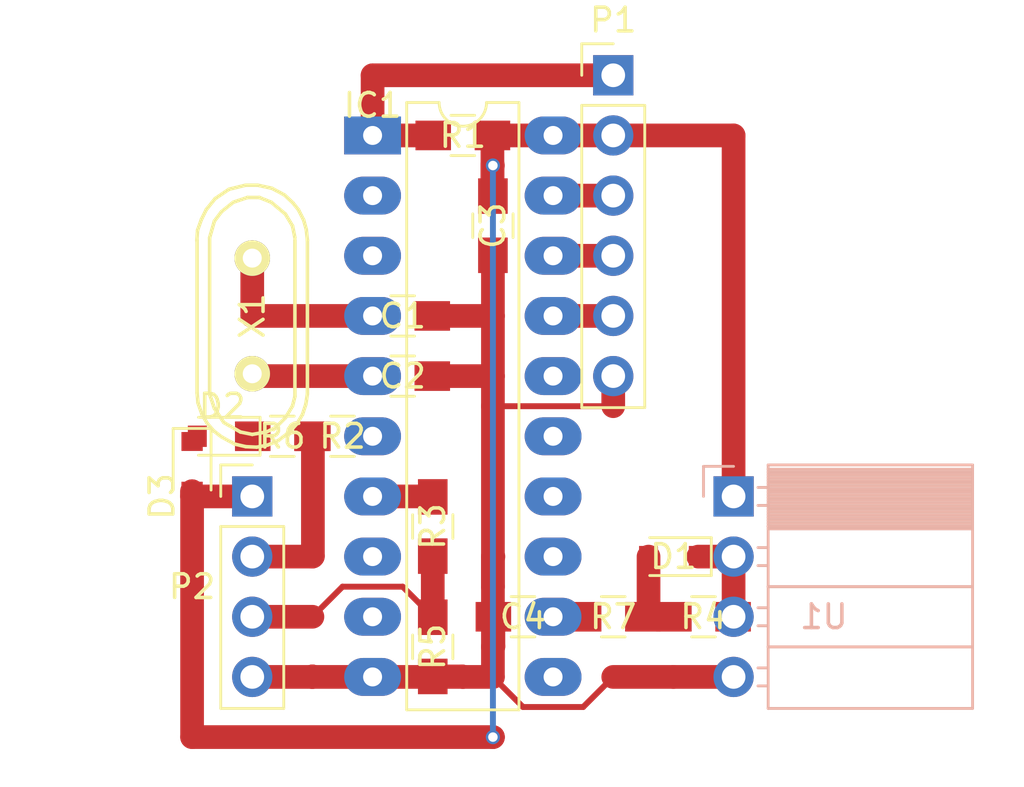
<source format=kicad_pcb>
(kicad_pcb (version 4) (host pcbnew 4.0.6)

  (general
    (links 38)
    (no_connects 0)
    (area 0 0 0 0)
    (thickness 1.6)
    (drawings 0)
    (tracks 74)
    (zones 0)
    (modules 19)
    (nets 27)
  )

  (page A4)
  (layers
    (0 F.Cu signal)
    (31 B.Cu signal)
    (32 B.Adhes user)
    (33 F.Adhes user)
    (34 B.Paste user)
    (35 F.Paste user)
    (36 B.SilkS user)
    (37 F.SilkS user)
    (38 B.Mask user)
    (39 F.Mask user)
    (40 Dwgs.User user)
    (41 Cmts.User user)
    (42 Eco1.User user)
    (43 Eco2.User user)
    (44 Edge.Cuts user)
    (45 Margin user)
    (46 B.CrtYd user)
    (47 F.CrtYd user)
    (48 B.Fab user)
    (49 F.Fab user)
  )

  (setup
    (last_trace_width 1)
    (user_trace_width 1)
    (trace_clearance 0.2)
    (zone_clearance 0.508)
    (zone_45_only no)
    (trace_min 0.2)
    (segment_width 0.2)
    (edge_width 0.1)
    (via_size 0.6)
    (via_drill 0.4)
    (via_min_size 0.4)
    (via_min_drill 0.3)
    (uvia_size 0.3)
    (uvia_drill 0.1)
    (uvias_allowed no)
    (uvia_min_size 0.2)
    (uvia_min_drill 0.1)
    (pcb_text_width 0.3)
    (pcb_text_size 1.5 1.5)
    (mod_edge_width 0.15)
    (mod_text_size 1 1)
    (mod_text_width 0.15)
    (pad_size 1.5 1.5)
    (pad_drill 0.6)
    (pad_to_mask_clearance 0)
    (aux_axis_origin 0 0)
    (visible_elements 7FFFEFFF)
    (pcbplotparams
      (layerselection 0x00030_80000001)
      (usegerberextensions false)
      (excludeedgelayer true)
      (linewidth 0.100000)
      (plotframeref false)
      (viasonmask false)
      (mode 1)
      (useauxorigin false)
      (hpglpennumber 1)
      (hpglpenspeed 20)
      (hpglpendiameter 15)
      (hpglpenoverlay 2)
      (psnegative false)
      (psa4output false)
      (plotreference true)
      (plotvalue true)
      (plotinvisibletext false)
      (padsonsilk false)
      (subtractmaskfromsilk false)
      (outputformat 1)
      (mirror false)
      (drillshape 1)
      (scaleselection 1)
      (outputdirectory ""))
  )

  (net 0 "")
  (net 1 "Net-(C1-Pad1)")
  (net 2 GNDREF)
  (net 3 "Net-(C2-Pad1)")
  (net 4 VDD)
  (net 5 "Net-(D2-Pad2)")
  (net 6 "Net-(IC1-Pad1)")
  (net 7 "Net-(IC1-Pad6)")
  (net 8 "Net-(IC1-Pad7)")
  (net 9 "Net-(IC1-Pad17)")
  (net 10 "Net-(IC1-Pad18)")
  (net 11 "Net-(IC1-Pad19)")
  (net 12 "Net-(P2-Pad2)")
  (net 13 "Net-(P2-Pad3)")
  (net 14 "Net-(D2-Pad1)")
  (net 15 "Net-(IC1-Pad11)")
  (net 16 "Net-(IC1-Pad2)")
  (net 17 "Net-(IC1-Pad3)")
  (net 18 "Net-(IC1-Pad13)")
  (net 19 "Net-(IC1-Pad14)")
  (net 20 "Net-(IC1-Pad15)")
  (net 21 "Net-(IC1-Pad16)")
  (net 22 "Net-(IC1-Pad8)")
  (net 23 "Net-(IC1-Pad9)")
  (net 24 "Net-(C4-Pad1)")
  (net 25 "Net-(D1-Pad1)")
  (net 26 "Net-(D1-Pad2)")

  (net_class Default "This is the default net class."
    (clearance 0.2)
    (trace_width 0.25)
    (via_dia 0.6)
    (via_drill 0.4)
    (uvia_dia 0.3)
    (uvia_drill 0.1)
    (add_net GNDREF)
    (add_net "Net-(C1-Pad1)")
    (add_net "Net-(C2-Pad1)")
    (add_net "Net-(C4-Pad1)")
    (add_net "Net-(D1-Pad1)")
    (add_net "Net-(D1-Pad2)")
    (add_net "Net-(D2-Pad1)")
    (add_net "Net-(D2-Pad2)")
    (add_net "Net-(IC1-Pad1)")
    (add_net "Net-(IC1-Pad11)")
    (add_net "Net-(IC1-Pad13)")
    (add_net "Net-(IC1-Pad14)")
    (add_net "Net-(IC1-Pad15)")
    (add_net "Net-(IC1-Pad16)")
    (add_net "Net-(IC1-Pad17)")
    (add_net "Net-(IC1-Pad18)")
    (add_net "Net-(IC1-Pad19)")
    (add_net "Net-(IC1-Pad2)")
    (add_net "Net-(IC1-Pad3)")
    (add_net "Net-(IC1-Pad6)")
    (add_net "Net-(IC1-Pad7)")
    (add_net "Net-(IC1-Pad8)")
    (add_net "Net-(IC1-Pad9)")
    (add_net "Net-(P2-Pad2)")
    (add_net "Net-(P2-Pad3)")
    (add_net VDD)
  )

  (module Capacitors_SMD:C_0805_HandSoldering (layer F.Cu) (tedit 594298B9) (tstamp 59419B74)
    (at 137.16 91.44)
    (descr "Capacitor SMD 0805, hand soldering")
    (tags "capacitor 0805")
    (path /5806007B)
    (attr smd)
    (fp_text reference C1 (at 0 0) (layer F.SilkS)
      (effects (font (size 1 1) (thickness 0.15)))
    )
    (fp_text value 27p (at 2.54 0) (layer F.Fab)
      (effects (font (size 1 1) (thickness 0.15)))
    )
    (fp_text user %R (at 0 0) (layer F.Fab)
      (effects (font (size 1 1) (thickness 0.15)))
    )
    (fp_line (start -1 0.62) (end -1 -0.62) (layer F.Fab) (width 0.1))
    (fp_line (start 1 0.62) (end -1 0.62) (layer F.Fab) (width 0.1))
    (fp_line (start 1 -0.62) (end 1 0.62) (layer F.Fab) (width 0.1))
    (fp_line (start -1 -0.62) (end 1 -0.62) (layer F.Fab) (width 0.1))
    (fp_line (start 0.5 -0.85) (end -0.5 -0.85) (layer F.SilkS) (width 0.12))
    (fp_line (start -0.5 0.85) (end 0.5 0.85) (layer F.SilkS) (width 0.12))
    (fp_line (start -2.25 -0.88) (end 2.25 -0.88) (layer F.CrtYd) (width 0.05))
    (fp_line (start -2.25 -0.88) (end -2.25 0.87) (layer F.CrtYd) (width 0.05))
    (fp_line (start 2.25 0.87) (end 2.25 -0.88) (layer F.CrtYd) (width 0.05))
    (fp_line (start 2.25 0.87) (end -2.25 0.87) (layer F.CrtYd) (width 0.05))
    (pad 1 smd rect (at -1.25 0) (size 1.5 1.25) (layers F.Cu F.Paste F.Mask)
      (net 1 "Net-(C1-Pad1)"))
    (pad 2 smd rect (at 1.25 0) (size 1.5 1.25) (layers F.Cu F.Paste F.Mask)
      (net 2 GNDREF))
    (model Capacitors_SMD.3dshapes/C_0805.wrl
      (at (xyz 0 0 0))
      (scale (xyz 1 1 1))
      (rotate (xyz 0 0 0))
    )
  )

  (module Capacitors_SMD:C_0805_HandSoldering (layer F.Cu) (tedit 594298B4) (tstamp 59419B7A)
    (at 137.16 93.98)
    (descr "Capacitor SMD 0805, hand soldering")
    (tags "capacitor 0805")
    (path /5805FF1F)
    (attr smd)
    (fp_text reference C2 (at 0 0) (layer F.SilkS)
      (effects (font (size 1 1) (thickness 0.15)))
    )
    (fp_text value 27p (at 2.54 0) (layer F.Fab)
      (effects (font (size 1 1) (thickness 0.15)))
    )
    (fp_text user %R (at 0 0) (layer F.Fab)
      (effects (font (size 1 1) (thickness 0.15)))
    )
    (fp_line (start -1 0.62) (end -1 -0.62) (layer F.Fab) (width 0.1))
    (fp_line (start 1 0.62) (end -1 0.62) (layer F.Fab) (width 0.1))
    (fp_line (start 1 -0.62) (end 1 0.62) (layer F.Fab) (width 0.1))
    (fp_line (start -1 -0.62) (end 1 -0.62) (layer F.Fab) (width 0.1))
    (fp_line (start 0.5 -0.85) (end -0.5 -0.85) (layer F.SilkS) (width 0.12))
    (fp_line (start -0.5 0.85) (end 0.5 0.85) (layer F.SilkS) (width 0.12))
    (fp_line (start -2.25 -0.88) (end 2.25 -0.88) (layer F.CrtYd) (width 0.05))
    (fp_line (start -2.25 -0.88) (end -2.25 0.87) (layer F.CrtYd) (width 0.05))
    (fp_line (start 2.25 0.87) (end 2.25 -0.88) (layer F.CrtYd) (width 0.05))
    (fp_line (start 2.25 0.87) (end -2.25 0.87) (layer F.CrtYd) (width 0.05))
    (pad 1 smd rect (at -1.25 0) (size 1.5 1.25) (layers F.Cu F.Paste F.Mask)
      (net 3 "Net-(C2-Pad1)"))
    (pad 2 smd rect (at 1.25 0) (size 1.5 1.25) (layers F.Cu F.Paste F.Mask)
      (net 2 GNDREF))
    (model Capacitors_SMD.3dshapes/C_0805.wrl
      (at (xyz 0 0 0))
      (scale (xyz 1 1 1))
      (rotate (xyz 0 0 0))
    )
  )

  (module Capacitors_SMD:C_0805_HandSoldering (layer F.Cu) (tedit 594298D3) (tstamp 59419B80)
    (at 140.97 87.63 270)
    (descr "Capacitor SMD 0805, hand soldering")
    (tags "capacitor 0805")
    (path /580621AD)
    (attr smd)
    (fp_text reference C3 (at 0 0 270) (layer F.SilkS)
      (effects (font (size 1 1) (thickness 0.15)))
    )
    (fp_text value 100n (at 0 -1.27 270) (layer F.Fab)
      (effects (font (size 1 1) (thickness 0.15)))
    )
    (fp_text user %R (at 0 0 270) (layer F.Fab)
      (effects (font (size 1 1) (thickness 0.15)))
    )
    (fp_line (start -1 0.62) (end -1 -0.62) (layer F.Fab) (width 0.1))
    (fp_line (start 1 0.62) (end -1 0.62) (layer F.Fab) (width 0.1))
    (fp_line (start 1 -0.62) (end 1 0.62) (layer F.Fab) (width 0.1))
    (fp_line (start -1 -0.62) (end 1 -0.62) (layer F.Fab) (width 0.1))
    (fp_line (start 0.5 -0.85) (end -0.5 -0.85) (layer F.SilkS) (width 0.12))
    (fp_line (start -0.5 0.85) (end 0.5 0.85) (layer F.SilkS) (width 0.12))
    (fp_line (start -2.25 -0.88) (end 2.25 -0.88) (layer F.CrtYd) (width 0.05))
    (fp_line (start -2.25 -0.88) (end -2.25 0.87) (layer F.CrtYd) (width 0.05))
    (fp_line (start 2.25 0.87) (end 2.25 -0.88) (layer F.CrtYd) (width 0.05))
    (fp_line (start 2.25 0.87) (end -2.25 0.87) (layer F.CrtYd) (width 0.05))
    (pad 1 smd rect (at -1.25 0 270) (size 1.5 1.25) (layers F.Cu F.Paste F.Mask)
      (net 4 VDD))
    (pad 2 smd rect (at 1.25 0 270) (size 1.5 1.25) (layers F.Cu F.Paste F.Mask)
      (net 2 GNDREF))
    (model Capacitors_SMD.3dshapes/C_0805.wrl
      (at (xyz 0 0 0))
      (scale (xyz 1 1 1))
      (rotate (xyz 0 0 0))
    )
  )

  (module Diodes_SMD:D_0805 (layer F.Cu) (tedit 5942984C) (tstamp 59419B86)
    (at 129.54 96.52 180)
    (descr "Diode SMD in 0805 package http://datasheets.avx.com/schottky.pdf")
    (tags "smd diode")
    (path /5806165E)
    (attr smd)
    (fp_text reference D2 (at 0 1.27 180) (layer F.SilkS)
      (effects (font (size 1 1) (thickness 0.15)))
    )
    (fp_text value 1N4148 (at 5.08 0 180) (layer F.Fab)
      (effects (font (size 1 1) (thickness 0.15)))
    )
    (fp_text user %R (at 0 1.27 180) (layer F.Fab)
      (effects (font (size 1 1) (thickness 0.15)))
    )
    (fp_line (start -1.6 -0.8) (end -1.6 0.8) (layer F.SilkS) (width 0.12))
    (fp_line (start -1.7 0.88) (end -1.7 -0.88) (layer F.CrtYd) (width 0.05))
    (fp_line (start 1.7 0.88) (end -1.7 0.88) (layer F.CrtYd) (width 0.05))
    (fp_line (start 1.7 -0.88) (end 1.7 0.88) (layer F.CrtYd) (width 0.05))
    (fp_line (start -1.7 -0.88) (end 1.7 -0.88) (layer F.CrtYd) (width 0.05))
    (fp_line (start 0.2 0) (end 0.4 0) (layer F.Fab) (width 0.1))
    (fp_line (start -0.1 0) (end -0.3 0) (layer F.Fab) (width 0.1))
    (fp_line (start -0.1 -0.2) (end -0.1 0.2) (layer F.Fab) (width 0.1))
    (fp_line (start 0.2 0.2) (end 0.2 -0.2) (layer F.Fab) (width 0.1))
    (fp_line (start -0.1 0) (end 0.2 0.2) (layer F.Fab) (width 0.1))
    (fp_line (start 0.2 -0.2) (end -0.1 0) (layer F.Fab) (width 0.1))
    (fp_line (start -1 0.65) (end -1 -0.65) (layer F.Fab) (width 0.1))
    (fp_line (start 1 0.65) (end -1 0.65) (layer F.Fab) (width 0.1))
    (fp_line (start 1 -0.65) (end 1 0.65) (layer F.Fab) (width 0.1))
    (fp_line (start -1 -0.65) (end 1 -0.65) (layer F.Fab) (width 0.1))
    (fp_line (start -1.6 0.8) (end 1 0.8) (layer F.SilkS) (width 0.12))
    (fp_line (start -1.6 -0.8) (end 1 -0.8) (layer F.SilkS) (width 0.12))
    (pad 1 smd rect (at -1.05 0 180) (size 0.8 0.9) (layers F.Cu F.Paste F.Mask)
      (net 14 "Net-(D2-Pad1)"))
    (pad 2 smd rect (at 1.05 0 180) (size 0.8 0.9) (layers F.Cu F.Paste F.Mask)
      (net 5 "Net-(D2-Pad2)"))
    (model ${KISYS3DMOD}/Diodes_SMD.3dshapes/D_0805.wrl
      (at (xyz 0 0 0))
      (scale (xyz 1 1 1))
      (rotate (xyz 0 0 0))
    )
  )

  (module Diodes_SMD:D_0805 (layer F.Cu) (tedit 59429853) (tstamp 59419B8C)
    (at 128.27 97.79 270)
    (descr "Diode SMD in 0805 package http://datasheets.avx.com/schottky.pdf")
    (tags "smd diode")
    (path /5806185D)
    (attr smd)
    (fp_text reference D3 (at 1.27 1.27 270) (layer F.SilkS)
      (effects (font (size 1 1) (thickness 0.15)))
    )
    (fp_text value 1N4148 (at 0 5.08 360) (layer F.Fab)
      (effects (font (size 1 1) (thickness 0.15)))
    )
    (fp_text user %R (at 1.27 1.27 270) (layer F.Fab)
      (effects (font (size 1 1) (thickness 0.15)))
    )
    (fp_line (start -1.6 -0.8) (end -1.6 0.8) (layer F.SilkS) (width 0.12))
    (fp_line (start -1.7 0.88) (end -1.7 -0.88) (layer F.CrtYd) (width 0.05))
    (fp_line (start 1.7 0.88) (end -1.7 0.88) (layer F.CrtYd) (width 0.05))
    (fp_line (start 1.7 -0.88) (end 1.7 0.88) (layer F.CrtYd) (width 0.05))
    (fp_line (start -1.7 -0.88) (end 1.7 -0.88) (layer F.CrtYd) (width 0.05))
    (fp_line (start 0.2 0) (end 0.4 0) (layer F.Fab) (width 0.1))
    (fp_line (start -0.1 0) (end -0.3 0) (layer F.Fab) (width 0.1))
    (fp_line (start -0.1 -0.2) (end -0.1 0.2) (layer F.Fab) (width 0.1))
    (fp_line (start 0.2 0.2) (end 0.2 -0.2) (layer F.Fab) (width 0.1))
    (fp_line (start -0.1 0) (end 0.2 0.2) (layer F.Fab) (width 0.1))
    (fp_line (start 0.2 -0.2) (end -0.1 0) (layer F.Fab) (width 0.1))
    (fp_line (start -1 0.65) (end -1 -0.65) (layer F.Fab) (width 0.1))
    (fp_line (start 1 0.65) (end -1 0.65) (layer F.Fab) (width 0.1))
    (fp_line (start 1 -0.65) (end 1 0.65) (layer F.Fab) (width 0.1))
    (fp_line (start -1 -0.65) (end 1 -0.65) (layer F.Fab) (width 0.1))
    (fp_line (start -1.6 0.8) (end 1 0.8) (layer F.SilkS) (width 0.12))
    (fp_line (start -1.6 -0.8) (end 1 -0.8) (layer F.SilkS) (width 0.12))
    (pad 1 smd rect (at -1.05 0 270) (size 0.8 0.9) (layers F.Cu F.Paste F.Mask)
      (net 5 "Net-(D2-Pad2)"))
    (pad 2 smd rect (at 1.05 0 270) (size 0.8 0.9) (layers F.Cu F.Paste F.Mask)
      (net 4 VDD))
    (model ${KISYS3DMOD}/Diodes_SMD.3dshapes/D_0805.wrl
      (at (xyz 0 0 0))
      (scale (xyz 1 1 1))
      (rotate (xyz 0 0 0))
    )
  )

  (module Housings_DIP:DIP-20_W7.62mm_LongPads (layer F.Cu) (tedit 5942994D) (tstamp 59419BA4)
    (at 135.89 83.82)
    (descr "20-lead dip package, row spacing 7.62 mm (300 mils), LongPads")
    (tags "DIL DIP PDIP 2.54mm 7.62mm 300mil LongPads")
    (path /5804E7CC)
    (fp_text reference IC1 (at 0 -1.27) (layer F.SilkS)
      (effects (font (size 1 1) (thickness 0.15)))
    )
    (fp_text value ATTINY2313-P (at 3.81 26.67) (layer F.Fab)
      (effects (font (size 1 1) (thickness 0.15)))
    )
    (fp_text user %R (at 0 -1.27) (layer F.Fab)
      (effects (font (size 1 1) (thickness 0.15)))
    )
    (fp_line (start 1.635 -1.27) (end 6.985 -1.27) (layer F.Fab) (width 0.1))
    (fp_line (start 6.985 -1.27) (end 6.985 24.13) (layer F.Fab) (width 0.1))
    (fp_line (start 6.985 24.13) (end 0.635 24.13) (layer F.Fab) (width 0.1))
    (fp_line (start 0.635 24.13) (end 0.635 -0.27) (layer F.Fab) (width 0.1))
    (fp_line (start 0.635 -0.27) (end 1.635 -1.27) (layer F.Fab) (width 0.1))
    (fp_line (start 2.81 -1.39) (end 1.44 -1.39) (layer F.SilkS) (width 0.12))
    (fp_line (start 1.44 -1.39) (end 1.44 24.25) (layer F.SilkS) (width 0.12))
    (fp_line (start 1.44 24.25) (end 6.18 24.25) (layer F.SilkS) (width 0.12))
    (fp_line (start 6.18 24.25) (end 6.18 -1.39) (layer F.SilkS) (width 0.12))
    (fp_line (start 6.18 -1.39) (end 4.81 -1.39) (layer F.SilkS) (width 0.12))
    (fp_line (start -1.5 -1.6) (end -1.5 24.4) (layer F.CrtYd) (width 0.05))
    (fp_line (start -1.5 24.4) (end 9.1 24.4) (layer F.CrtYd) (width 0.05))
    (fp_line (start 9.1 24.4) (end 9.1 -1.6) (layer F.CrtYd) (width 0.05))
    (fp_line (start 9.1 -1.6) (end -1.5 -1.6) (layer F.CrtYd) (width 0.05))
    (fp_arc (start 3.81 -1.39) (end 2.81 -1.39) (angle -180) (layer F.SilkS) (width 0.12))
    (pad 1 thru_hole rect (at 0 0) (size 2.4 1.6) (drill 0.8) (layers *.Cu *.Mask)
      (net 6 "Net-(IC1-Pad1)"))
    (pad 11 thru_hole oval (at 7.62 22.86) (size 2.4 1.6) (drill 0.8) (layers *.Cu *.Mask)
      (net 15 "Net-(IC1-Pad11)"))
    (pad 2 thru_hole oval (at 0 2.54) (size 2.4 1.6) (drill 0.8) (layers *.Cu *.Mask)
      (net 16 "Net-(IC1-Pad2)"))
    (pad 12 thru_hole oval (at 7.62 20.32) (size 2.4 1.6) (drill 0.8) (layers *.Cu *.Mask)
      (net 24 "Net-(C4-Pad1)"))
    (pad 3 thru_hole oval (at 0 5.08) (size 2.4 1.6) (drill 0.8) (layers *.Cu *.Mask)
      (net 17 "Net-(IC1-Pad3)"))
    (pad 13 thru_hole oval (at 7.62 17.78) (size 2.4 1.6) (drill 0.8) (layers *.Cu *.Mask)
      (net 18 "Net-(IC1-Pad13)"))
    (pad 4 thru_hole oval (at 0 7.62) (size 2.4 1.6) (drill 0.8) (layers *.Cu *.Mask)
      (net 1 "Net-(C1-Pad1)"))
    (pad 14 thru_hole oval (at 7.62 15.24) (size 2.4 1.6) (drill 0.8) (layers *.Cu *.Mask)
      (net 19 "Net-(IC1-Pad14)"))
    (pad 5 thru_hole oval (at 0 10.16) (size 2.4 1.6) (drill 0.8) (layers *.Cu *.Mask)
      (net 3 "Net-(C2-Pad1)"))
    (pad 15 thru_hole oval (at 7.62 12.7) (size 2.4 1.6) (drill 0.8) (layers *.Cu *.Mask)
      (net 20 "Net-(IC1-Pad15)"))
    (pad 6 thru_hole oval (at 0 12.7) (size 2.4 1.6) (drill 0.8) (layers *.Cu *.Mask)
      (net 7 "Net-(IC1-Pad6)"))
    (pad 16 thru_hole oval (at 7.62 10.16) (size 2.4 1.6) (drill 0.8) (layers *.Cu *.Mask)
      (net 21 "Net-(IC1-Pad16)"))
    (pad 7 thru_hole oval (at 0 15.24) (size 2.4 1.6) (drill 0.8) (layers *.Cu *.Mask)
      (net 8 "Net-(IC1-Pad7)"))
    (pad 17 thru_hole oval (at 7.62 7.62) (size 2.4 1.6) (drill 0.8) (layers *.Cu *.Mask)
      (net 9 "Net-(IC1-Pad17)"))
    (pad 8 thru_hole oval (at 0 17.78) (size 2.4 1.6) (drill 0.8) (layers *.Cu *.Mask)
      (net 22 "Net-(IC1-Pad8)"))
    (pad 18 thru_hole oval (at 7.62 5.08) (size 2.4 1.6) (drill 0.8) (layers *.Cu *.Mask)
      (net 10 "Net-(IC1-Pad18)"))
    (pad 9 thru_hole oval (at 0 20.32) (size 2.4 1.6) (drill 0.8) (layers *.Cu *.Mask)
      (net 23 "Net-(IC1-Pad9)"))
    (pad 19 thru_hole oval (at 7.62 2.54) (size 2.4 1.6) (drill 0.8) (layers *.Cu *.Mask)
      (net 11 "Net-(IC1-Pad19)"))
    (pad 10 thru_hole oval (at 0 22.86) (size 2.4 1.6) (drill 0.8) (layers *.Cu *.Mask)
      (net 2 GNDREF))
    (pad 20 thru_hole oval (at 7.62 0) (size 2.4 1.6) (drill 0.8) (layers *.Cu *.Mask)
      (net 4 VDD))
    (model ${KISYS3DMOD}/Housings_DIP.3dshapes/DIP-20_W7.62mm_LongPads.wrl
      (at (xyz 0 0 0))
      (scale (xyz 1 1 1))
      (rotate (xyz 0 0 0))
    )
  )

  (module Capacitors_SMD:C_0805_HandSoldering (layer F.Cu) (tedit 594298DE) (tstamp 59419BB7)
    (at 139.7 83.82)
    (descr "Capacitor SMD 0805, hand soldering")
    (tags "capacitor 0805")
    (path /5804F220)
    (attr smd)
    (fp_text reference R1 (at 0 0) (layer F.SilkS)
      (effects (font (size 1 1) (thickness 0.15)))
    )
    (fp_text value 10K (at 0 1.27) (layer F.Fab)
      (effects (font (size 1 1) (thickness 0.15)))
    )
    (fp_text user %R (at 0 0) (layer F.Fab)
      (effects (font (size 1 1) (thickness 0.15)))
    )
    (fp_line (start -1 0.62) (end -1 -0.62) (layer F.Fab) (width 0.1))
    (fp_line (start 1 0.62) (end -1 0.62) (layer F.Fab) (width 0.1))
    (fp_line (start 1 -0.62) (end 1 0.62) (layer F.Fab) (width 0.1))
    (fp_line (start -1 -0.62) (end 1 -0.62) (layer F.Fab) (width 0.1))
    (fp_line (start 0.5 -0.85) (end -0.5 -0.85) (layer F.SilkS) (width 0.12))
    (fp_line (start -0.5 0.85) (end 0.5 0.85) (layer F.SilkS) (width 0.12))
    (fp_line (start -2.25 -0.88) (end 2.25 -0.88) (layer F.CrtYd) (width 0.05))
    (fp_line (start -2.25 -0.88) (end -2.25 0.87) (layer F.CrtYd) (width 0.05))
    (fp_line (start 2.25 0.87) (end 2.25 -0.88) (layer F.CrtYd) (width 0.05))
    (fp_line (start 2.25 0.87) (end -2.25 0.87) (layer F.CrtYd) (width 0.05))
    (pad 1 smd rect (at -1.25 0) (size 1.5 1.25) (layers F.Cu F.Paste F.Mask)
      (net 6 "Net-(IC1-Pad1)"))
    (pad 2 smd rect (at 1.25 0) (size 1.5 1.25) (layers F.Cu F.Paste F.Mask)
      (net 4 VDD))
    (model Capacitors_SMD.3dshapes/C_0805.wrl
      (at (xyz 0 0 0))
      (scale (xyz 1 1 1))
      (rotate (xyz 0 0 0))
    )
  )

  (module Capacitors_SMD:C_0805_HandSoldering (layer F.Cu) (tedit 5942985A) (tstamp 59419BBD)
    (at 134.62 96.52)
    (descr "Capacitor SMD 0805, hand soldering")
    (tags "capacitor 0805")
    (path /58062C30)
    (attr smd)
    (fp_text reference R2 (at 0 0) (layer F.SilkS)
      (effects (font (size 1 1) (thickness 0.15)))
    )
    (fp_text value 68R (at 2.54 1.27) (layer F.Fab)
      (effects (font (size 1 1) (thickness 0.15)))
    )
    (fp_text user %R (at 0 0) (layer F.Fab)
      (effects (font (size 1 1) (thickness 0.15)))
    )
    (fp_line (start -1 0.62) (end -1 -0.62) (layer F.Fab) (width 0.1))
    (fp_line (start 1 0.62) (end -1 0.62) (layer F.Fab) (width 0.1))
    (fp_line (start 1 -0.62) (end 1 0.62) (layer F.Fab) (width 0.1))
    (fp_line (start -1 -0.62) (end 1 -0.62) (layer F.Fab) (width 0.1))
    (fp_line (start 0.5 -0.85) (end -0.5 -0.85) (layer F.SilkS) (width 0.12))
    (fp_line (start -0.5 0.85) (end 0.5 0.85) (layer F.SilkS) (width 0.12))
    (fp_line (start -2.25 -0.88) (end 2.25 -0.88) (layer F.CrtYd) (width 0.05))
    (fp_line (start -2.25 -0.88) (end -2.25 0.87) (layer F.CrtYd) (width 0.05))
    (fp_line (start 2.25 0.87) (end 2.25 -0.88) (layer F.CrtYd) (width 0.05))
    (fp_line (start 2.25 0.87) (end -2.25 0.87) (layer F.CrtYd) (width 0.05))
    (pad 1 smd rect (at -1.25 0) (size 1.5 1.25) (layers F.Cu F.Paste F.Mask)
      (net 12 "Net-(P2-Pad2)"))
    (pad 2 smd rect (at 1.25 0) (size 1.5 1.25) (layers F.Cu F.Paste F.Mask)
      (net 7 "Net-(IC1-Pad6)"))
    (model Capacitors_SMD.3dshapes/C_0805.wrl
      (at (xyz 0 0 0))
      (scale (xyz 1 1 1))
      (rotate (xyz 0 0 0))
    )
  )

  (module Capacitors_SMD:C_0805_HandSoldering (layer F.Cu) (tedit 59429887) (tstamp 59419BC3)
    (at 138.43 100.33 90)
    (descr "Capacitor SMD 0805, hand soldering")
    (tags "capacitor 0805")
    (path /58062E7E)
    (attr smd)
    (fp_text reference R3 (at 0 0 90) (layer F.SilkS)
      (effects (font (size 1 1) (thickness 0.15)))
    )
    (fp_text value 68R (at 0 1.27 90) (layer F.Fab)
      (effects (font (size 1 1) (thickness 0.15)))
    )
    (fp_text user %R (at 0 0 90) (layer F.Fab)
      (effects (font (size 1 1) (thickness 0.15)))
    )
    (fp_line (start -1 0.62) (end -1 -0.62) (layer F.Fab) (width 0.1))
    (fp_line (start 1 0.62) (end -1 0.62) (layer F.Fab) (width 0.1))
    (fp_line (start 1 -0.62) (end 1 0.62) (layer F.Fab) (width 0.1))
    (fp_line (start -1 -0.62) (end 1 -0.62) (layer F.Fab) (width 0.1))
    (fp_line (start 0.5 -0.85) (end -0.5 -0.85) (layer F.SilkS) (width 0.12))
    (fp_line (start -0.5 0.85) (end 0.5 0.85) (layer F.SilkS) (width 0.12))
    (fp_line (start -2.25 -0.88) (end 2.25 -0.88) (layer F.CrtYd) (width 0.05))
    (fp_line (start -2.25 -0.88) (end -2.25 0.87) (layer F.CrtYd) (width 0.05))
    (fp_line (start 2.25 0.87) (end 2.25 -0.88) (layer F.CrtYd) (width 0.05))
    (fp_line (start 2.25 0.87) (end -2.25 0.87) (layer F.CrtYd) (width 0.05))
    (pad 1 smd rect (at -1.25 0 90) (size 1.5 1.25) (layers F.Cu F.Paste F.Mask)
      (net 13 "Net-(P2-Pad3)"))
    (pad 2 smd rect (at 1.25 0 90) (size 1.5 1.25) (layers F.Cu F.Paste F.Mask)
      (net 8 "Net-(IC1-Pad7)"))
    (model Capacitors_SMD.3dshapes/C_0805.wrl
      (at (xyz 0 0 0))
      (scale (xyz 1 1 1))
      (rotate (xyz 0 0 0))
    )
  )

  (module Capacitors_SMD:C_0805_HandSoldering (layer F.Cu) (tedit 595501DD) (tstamp 59419BC9)
    (at 149.86 104.14)
    (descr "Capacitor SMD 0805, hand soldering")
    (tags "capacitor 0805")
    (path /5941AB77)
    (attr smd)
    (fp_text reference R4 (at 0 0) (layer F.SilkS)
      (effects (font (size 1 1) (thickness 0.15)))
    )
    (fp_text value 47K (at 3.81 0) (layer F.Fab)
      (effects (font (size 1 1) (thickness 0.15)))
    )
    (fp_text user %R (at 0 0) (layer F.Fab)
      (effects (font (size 1 1) (thickness 0.15)))
    )
    (fp_line (start -1 0.62) (end -1 -0.62) (layer F.Fab) (width 0.1))
    (fp_line (start 1 0.62) (end -1 0.62) (layer F.Fab) (width 0.1))
    (fp_line (start 1 -0.62) (end 1 0.62) (layer F.Fab) (width 0.1))
    (fp_line (start -1 -0.62) (end 1 -0.62) (layer F.Fab) (width 0.1))
    (fp_line (start 0.5 -0.85) (end -0.5 -0.85) (layer F.SilkS) (width 0.12))
    (fp_line (start -0.5 0.85) (end 0.5 0.85) (layer F.SilkS) (width 0.12))
    (fp_line (start -2.25 -0.88) (end 2.25 -0.88) (layer F.CrtYd) (width 0.05))
    (fp_line (start -2.25 -0.88) (end -2.25 0.87) (layer F.CrtYd) (width 0.05))
    (fp_line (start 2.25 0.87) (end 2.25 -0.88) (layer F.CrtYd) (width 0.05))
    (fp_line (start 2.25 0.87) (end -2.25 0.87) (layer F.CrtYd) (width 0.05))
    (pad 1 smd rect (at -1.25 0) (size 1.5 1.25) (layers F.Cu F.Paste F.Mask)
      (net 26 "Net-(D1-Pad2)"))
    (pad 2 smd rect (at 1.25 0) (size 1.5 1.25) (layers F.Cu F.Paste F.Mask)
      (net 25 "Net-(D1-Pad1)"))
    (model Capacitors_SMD.3dshapes/C_0805.wrl
      (at (xyz 0 0 0))
      (scale (xyz 1 1 1))
      (rotate (xyz 0 0 0))
    )
  )

  (module Capacitors_SMD:C_0805_HandSoldering (layer F.Cu) (tedit 59429880) (tstamp 59419BCF)
    (at 138.43 105.41 270)
    (descr "Capacitor SMD 0805, hand soldering")
    (tags "capacitor 0805")
    (path /58061069)
    (attr smd)
    (fp_text reference R5 (at 0 0 270) (layer F.SilkS)
      (effects (font (size 1 1) (thickness 0.15)))
    )
    (fp_text value 1M (at 0 -1.27 270) (layer F.Fab)
      (effects (font (size 1 1) (thickness 0.15)))
    )
    (fp_text user %R (at 0 0 270) (layer F.Fab)
      (effects (font (size 1 1) (thickness 0.15)))
    )
    (fp_line (start -1 0.62) (end -1 -0.62) (layer F.Fab) (width 0.1))
    (fp_line (start 1 0.62) (end -1 0.62) (layer F.Fab) (width 0.1))
    (fp_line (start 1 -0.62) (end 1 0.62) (layer F.Fab) (width 0.1))
    (fp_line (start -1 -0.62) (end 1 -0.62) (layer F.Fab) (width 0.1))
    (fp_line (start 0.5 -0.85) (end -0.5 -0.85) (layer F.SilkS) (width 0.12))
    (fp_line (start -0.5 0.85) (end 0.5 0.85) (layer F.SilkS) (width 0.12))
    (fp_line (start -2.25 -0.88) (end 2.25 -0.88) (layer F.CrtYd) (width 0.05))
    (fp_line (start -2.25 -0.88) (end -2.25 0.87) (layer F.CrtYd) (width 0.05))
    (fp_line (start 2.25 0.87) (end 2.25 -0.88) (layer F.CrtYd) (width 0.05))
    (fp_line (start 2.25 0.87) (end -2.25 0.87) (layer F.CrtYd) (width 0.05))
    (pad 1 smd rect (at -1.25 0 270) (size 1.5 1.25) (layers F.Cu F.Paste F.Mask)
      (net 13 "Net-(P2-Pad3)"))
    (pad 2 smd rect (at 1.25 0 270) (size 1.5 1.25) (layers F.Cu F.Paste F.Mask)
      (net 2 GNDREF))
    (model Capacitors_SMD.3dshapes/C_0805.wrl
      (at (xyz 0 0 0))
      (scale (xyz 1 1 1))
      (rotate (xyz 0 0 0))
    )
  )

  (module Capacitors_SMD:C_0805_HandSoldering (layer F.Cu) (tedit 59429862) (tstamp 59419BD5)
    (at 132.08 96.52 180)
    (descr "Capacitor SMD 0805, hand soldering")
    (tags "capacitor 0805")
    (path /58061135)
    (attr smd)
    (fp_text reference R6 (at 0 0 180) (layer F.SilkS)
      (effects (font (size 1 1) (thickness 0.15)))
    )
    (fp_text value 1K5 (at 0 1.27 180) (layer F.Fab)
      (effects (font (size 1 1) (thickness 0.15)))
    )
    (fp_text user %R (at 0 0 180) (layer F.Fab)
      (effects (font (size 1 1) (thickness 0.15)))
    )
    (fp_line (start -1 0.62) (end -1 -0.62) (layer F.Fab) (width 0.1))
    (fp_line (start 1 0.62) (end -1 0.62) (layer F.Fab) (width 0.1))
    (fp_line (start 1 -0.62) (end 1 0.62) (layer F.Fab) (width 0.1))
    (fp_line (start -1 -0.62) (end 1 -0.62) (layer F.Fab) (width 0.1))
    (fp_line (start 0.5 -0.85) (end -0.5 -0.85) (layer F.SilkS) (width 0.12))
    (fp_line (start -0.5 0.85) (end 0.5 0.85) (layer F.SilkS) (width 0.12))
    (fp_line (start -2.25 -0.88) (end 2.25 -0.88) (layer F.CrtYd) (width 0.05))
    (fp_line (start -2.25 -0.88) (end -2.25 0.87) (layer F.CrtYd) (width 0.05))
    (fp_line (start 2.25 0.87) (end 2.25 -0.88) (layer F.CrtYd) (width 0.05))
    (fp_line (start 2.25 0.87) (end -2.25 0.87) (layer F.CrtYd) (width 0.05))
    (pad 1 smd rect (at -1.25 0 180) (size 1.5 1.25) (layers F.Cu F.Paste F.Mask)
      (net 12 "Net-(P2-Pad2)"))
    (pad 2 smd rect (at 1.25 0 180) (size 1.5 1.25) (layers F.Cu F.Paste F.Mask)
      (net 14 "Net-(D2-Pad1)"))
    (model Capacitors_SMD.3dshapes/C_0805.wrl
      (at (xyz 0 0 0))
      (scale (xyz 1 1 1))
      (rotate (xyz 0 0 0))
    )
  )

  (module Socket_Strips:Socket_Strip_Angled_1x04_Pitch2.54mm (layer B.Cu) (tedit 59429939) (tstamp 59419BE3)
    (at 151.13 99.06 180)
    (descr "Through hole angled socket strip, 1x04, 2.54mm pitch, 8.51mm socket length, single row")
    (tags "Through hole angled socket strip THT 1x04 2.54mm single row")
    (path /5941B0E5)
    (fp_text reference U1 (at -3.81 -5.08 180) (layer B.SilkS)
      (effects (font (size 1 1) (thickness 0.15)) (justify mirror))
    )
    (fp_text value rf-receiver (at -11.43 -2.54 450) (layer B.Fab)
      (effects (font (size 1 1) (thickness 0.15)) (justify mirror))
    )
    (fp_line (start -1.52 1.27) (end -1.52 -1.27) (layer B.Fab) (width 0.1))
    (fp_line (start -1.52 -1.27) (end -10.03 -1.27) (layer B.Fab) (width 0.1))
    (fp_line (start -10.03 -1.27) (end -10.03 1.27) (layer B.Fab) (width 0.1))
    (fp_line (start -10.03 1.27) (end -1.52 1.27) (layer B.Fab) (width 0.1))
    (fp_line (start 0 0.32) (end 0 -0.32) (layer B.Fab) (width 0.1))
    (fp_line (start 0 -0.32) (end -1.52 -0.32) (layer B.Fab) (width 0.1))
    (fp_line (start -1.52 -0.32) (end -1.52 0.32) (layer B.Fab) (width 0.1))
    (fp_line (start -1.52 0.32) (end 0 0.32) (layer B.Fab) (width 0.1))
    (fp_line (start -1.52 -1.27) (end -1.52 -3.81) (layer B.Fab) (width 0.1))
    (fp_line (start -1.52 -3.81) (end -10.03 -3.81) (layer B.Fab) (width 0.1))
    (fp_line (start -10.03 -3.81) (end -10.03 -1.27) (layer B.Fab) (width 0.1))
    (fp_line (start -10.03 -1.27) (end -1.52 -1.27) (layer B.Fab) (width 0.1))
    (fp_line (start 0 -2.22) (end 0 -2.86) (layer B.Fab) (width 0.1))
    (fp_line (start 0 -2.86) (end -1.52 -2.86) (layer B.Fab) (width 0.1))
    (fp_line (start -1.52 -2.86) (end -1.52 -2.22) (layer B.Fab) (width 0.1))
    (fp_line (start -1.52 -2.22) (end 0 -2.22) (layer B.Fab) (width 0.1))
    (fp_line (start -1.52 -3.81) (end -1.52 -6.35) (layer B.Fab) (width 0.1))
    (fp_line (start -1.52 -6.35) (end -10.03 -6.35) (layer B.Fab) (width 0.1))
    (fp_line (start -10.03 -6.35) (end -10.03 -3.81) (layer B.Fab) (width 0.1))
    (fp_line (start -10.03 -3.81) (end -1.52 -3.81) (layer B.Fab) (width 0.1))
    (fp_line (start 0 -4.76) (end 0 -5.4) (layer B.Fab) (width 0.1))
    (fp_line (start 0 -5.4) (end -1.52 -5.4) (layer B.Fab) (width 0.1))
    (fp_line (start -1.52 -5.4) (end -1.52 -4.76) (layer B.Fab) (width 0.1))
    (fp_line (start -1.52 -4.76) (end 0 -4.76) (layer B.Fab) (width 0.1))
    (fp_line (start -1.52 -6.35) (end -1.52 -8.89) (layer B.Fab) (width 0.1))
    (fp_line (start -1.52 -8.89) (end -10.03 -8.89) (layer B.Fab) (width 0.1))
    (fp_line (start -10.03 -8.89) (end -10.03 -6.35) (layer B.Fab) (width 0.1))
    (fp_line (start -10.03 -6.35) (end -1.52 -6.35) (layer B.Fab) (width 0.1))
    (fp_line (start 0 -7.3) (end 0 -7.94) (layer B.Fab) (width 0.1))
    (fp_line (start 0 -7.94) (end -1.52 -7.94) (layer B.Fab) (width 0.1))
    (fp_line (start -1.52 -7.94) (end -1.52 -7.3) (layer B.Fab) (width 0.1))
    (fp_line (start -1.52 -7.3) (end 0 -7.3) (layer B.Fab) (width 0.1))
    (fp_line (start -1.46 1.33) (end -1.46 -1.27) (layer B.SilkS) (width 0.12))
    (fp_line (start -1.46 -1.27) (end -10.09 -1.27) (layer B.SilkS) (width 0.12))
    (fp_line (start -10.09 -1.27) (end -10.09 1.33) (layer B.SilkS) (width 0.12))
    (fp_line (start -10.09 1.33) (end -1.46 1.33) (layer B.SilkS) (width 0.12))
    (fp_line (start -1.03 0.38) (end -1.46 0.38) (layer B.SilkS) (width 0.12))
    (fp_line (start -1.03 -0.38) (end -1.46 -0.38) (layer B.SilkS) (width 0.12))
    (fp_line (start -1.46 1.15) (end -10.09 1.15) (layer B.SilkS) (width 0.12))
    (fp_line (start -1.46 1.03) (end -10.09 1.03) (layer B.SilkS) (width 0.12))
    (fp_line (start -1.46 0.91) (end -10.09 0.91) (layer B.SilkS) (width 0.12))
    (fp_line (start -1.46 0.79) (end -10.09 0.79) (layer B.SilkS) (width 0.12))
    (fp_line (start -1.46 0.67) (end -10.09 0.67) (layer B.SilkS) (width 0.12))
    (fp_line (start -1.46 0.55) (end -10.09 0.55) (layer B.SilkS) (width 0.12))
    (fp_line (start -1.46 0.43) (end -10.09 0.43) (layer B.SilkS) (width 0.12))
    (fp_line (start -1.46 0.31) (end -10.09 0.31) (layer B.SilkS) (width 0.12))
    (fp_line (start -1.46 0.19) (end -10.09 0.19) (layer B.SilkS) (width 0.12))
    (fp_line (start -1.46 0.07) (end -10.09 0.07) (layer B.SilkS) (width 0.12))
    (fp_line (start -1.46 -0.05) (end -10.09 -0.05) (layer B.SilkS) (width 0.12))
    (fp_line (start -1.46 -0.17) (end -10.09 -0.17) (layer B.SilkS) (width 0.12))
    (fp_line (start -1.46 -0.29) (end -10.09 -0.29) (layer B.SilkS) (width 0.12))
    (fp_line (start -1.46 -0.41) (end -10.09 -0.41) (layer B.SilkS) (width 0.12))
    (fp_line (start -1.46 -0.53) (end -10.09 -0.53) (layer B.SilkS) (width 0.12))
    (fp_line (start -1.46 -0.65) (end -10.09 -0.65) (layer B.SilkS) (width 0.12))
    (fp_line (start -1.46 -0.77) (end -10.09 -0.77) (layer B.SilkS) (width 0.12))
    (fp_line (start -1.46 -0.89) (end -10.09 -0.89) (layer B.SilkS) (width 0.12))
    (fp_line (start -1.46 -1.01) (end -10.09 -1.01) (layer B.SilkS) (width 0.12))
    (fp_line (start -1.46 -1.13) (end -10.09 -1.13) (layer B.SilkS) (width 0.12))
    (fp_line (start -1.46 -1.25) (end -10.09 -1.25) (layer B.SilkS) (width 0.12))
    (fp_line (start -1.46 -1.37) (end -10.09 -1.37) (layer B.SilkS) (width 0.12))
    (fp_line (start -1.46 -1.27) (end -1.46 -3.81) (layer B.SilkS) (width 0.12))
    (fp_line (start -1.46 -3.81) (end -10.09 -3.81) (layer B.SilkS) (width 0.12))
    (fp_line (start -10.09 -3.81) (end -10.09 -1.27) (layer B.SilkS) (width 0.12))
    (fp_line (start -10.09 -1.27) (end -1.46 -1.27) (layer B.SilkS) (width 0.12))
    (fp_line (start -1.03 -2.16) (end -1.46 -2.16) (layer B.SilkS) (width 0.12))
    (fp_line (start -1.03 -2.92) (end -1.46 -2.92) (layer B.SilkS) (width 0.12))
    (fp_line (start -1.46 -3.81) (end -1.46 -6.35) (layer B.SilkS) (width 0.12))
    (fp_line (start -1.46 -6.35) (end -10.09 -6.35) (layer B.SilkS) (width 0.12))
    (fp_line (start -10.09 -6.35) (end -10.09 -3.81) (layer B.SilkS) (width 0.12))
    (fp_line (start -10.09 -3.81) (end -1.46 -3.81) (layer B.SilkS) (width 0.12))
    (fp_line (start -1.03 -4.7) (end -1.46 -4.7) (layer B.SilkS) (width 0.12))
    (fp_line (start -1.03 -5.46) (end -1.46 -5.46) (layer B.SilkS) (width 0.12))
    (fp_line (start -1.46 -6.35) (end -1.46 -8.95) (layer B.SilkS) (width 0.12))
    (fp_line (start -1.46 -8.95) (end -10.09 -8.95) (layer B.SilkS) (width 0.12))
    (fp_line (start -10.09 -8.95) (end -10.09 -6.35) (layer B.SilkS) (width 0.12))
    (fp_line (start -10.09 -6.35) (end -1.46 -6.35) (layer B.SilkS) (width 0.12))
    (fp_line (start -1.03 -7.24) (end -1.46 -7.24) (layer B.SilkS) (width 0.12))
    (fp_line (start -1.03 -8) (end -1.46 -8) (layer B.SilkS) (width 0.12))
    (fp_line (start 0 1.27) (end 1.27 1.27) (layer B.SilkS) (width 0.12))
    (fp_line (start 1.27 1.27) (end 1.27 0) (layer B.SilkS) (width 0.12))
    (fp_line (start 1.8 1.8) (end 1.8 -9.4) (layer B.CrtYd) (width 0.05))
    (fp_line (start 1.8 -9.4) (end -10.55 -9.4) (layer B.CrtYd) (width 0.05))
    (fp_line (start -10.55 -9.4) (end -10.55 1.8) (layer B.CrtYd) (width 0.05))
    (fp_line (start -10.55 1.8) (end 1.8 1.8) (layer B.CrtYd) (width 0.05))
    (fp_text user %R (at -3.81 -5.08 180) (layer B.Fab)
      (effects (font (size 1 1) (thickness 0.15)) (justify mirror))
    )
    (pad 1 thru_hole rect (at 0 0 180) (size 1.7 1.7) (drill 1) (layers *.Cu *.Mask)
      (net 4 VDD))
    (pad 2 thru_hole oval (at 0 -2.54 180) (size 1.7 1.7) (drill 1) (layers *.Cu *.Mask)
      (net 25 "Net-(D1-Pad1)"))
    (pad 3 thru_hole oval (at 0 -5.08 180) (size 1.7 1.7) (drill 1) (layers *.Cu *.Mask)
      (net 25 "Net-(D1-Pad1)"))
    (pad 4 thru_hole oval (at 0 -7.62 180) (size 1.7 1.7) (drill 1) (layers *.Cu *.Mask)
      (net 2 GNDREF))
    (model ${KISYS3DMOD}/Socket_Strips.3dshapes/Socket_Strip_Angled_1x04_Pitch2.54mm.wrl
      (at (xyz 0 -0.15 0))
      (scale (xyz 1 1 1))
      (rotate (xyz 0 0 270))
    )
  )

  (module Crystal:Crystal_HC49-U_Vertical (layer F.Cu) (tedit 594298A0) (tstamp 59419BE9)
    (at 130.81 91.44 270)
    (descr "Crystal Quarz HC49/U vertical stehend")
    (tags "Crystal Quarz HC49/U vertical stehend")
    (path /5805EFC7)
    (fp_text reference X1 (at 0 0 270) (layer F.SilkS)
      (effects (font (size 1 1) (thickness 0.15)))
    )
    (fp_text value 12MHz (at 0 1.27 270) (layer F.Fab)
      (effects (font (size 1 1) (thickness 0.15)))
    )
    (fp_line (start 4.699 -1.00076) (end 4.89966 -0.59944) (layer F.SilkS) (width 0.15))
    (fp_line (start 4.89966 -0.59944) (end 5.00126 0) (layer F.SilkS) (width 0.15))
    (fp_line (start 5.00126 0) (end 4.89966 0.50038) (layer F.SilkS) (width 0.15))
    (fp_line (start 4.89966 0.50038) (end 4.50088 1.19888) (layer F.SilkS) (width 0.15))
    (fp_line (start 4.50088 1.19888) (end 3.8989 1.6002) (layer F.SilkS) (width 0.15))
    (fp_line (start 3.8989 1.6002) (end 3.29946 1.80086) (layer F.SilkS) (width 0.15))
    (fp_line (start 3.29946 1.80086) (end -3.29946 1.80086) (layer F.SilkS) (width 0.15))
    (fp_line (start -3.29946 1.80086) (end -4.0005 1.6002) (layer F.SilkS) (width 0.15))
    (fp_line (start -4.0005 1.6002) (end -4.39928 1.30048) (layer F.SilkS) (width 0.15))
    (fp_line (start -4.39928 1.30048) (end -4.8006 0.8001) (layer F.SilkS) (width 0.15))
    (fp_line (start -4.8006 0.8001) (end -5.00126 0.20066) (layer F.SilkS) (width 0.15))
    (fp_line (start -5.00126 0.20066) (end -5.00126 -0.29972) (layer F.SilkS) (width 0.15))
    (fp_line (start -5.00126 -0.29972) (end -4.8006 -0.8001) (layer F.SilkS) (width 0.15))
    (fp_line (start -4.8006 -0.8001) (end -4.30022 -1.39954) (layer F.SilkS) (width 0.15))
    (fp_line (start -4.30022 -1.39954) (end -3.79984 -1.69926) (layer F.SilkS) (width 0.15))
    (fp_line (start -3.79984 -1.69926) (end -3.29946 -1.80086) (layer F.SilkS) (width 0.15))
    (fp_line (start -3.2004 -1.80086) (end 3.40106 -1.80086) (layer F.SilkS) (width 0.15))
    (fp_line (start 3.40106 -1.80086) (end 3.79984 -1.69926) (layer F.SilkS) (width 0.15))
    (fp_line (start 3.79984 -1.69926) (end 4.30022 -1.39954) (layer F.SilkS) (width 0.15))
    (fp_line (start 4.30022 -1.39954) (end 4.8006 -0.89916) (layer F.SilkS) (width 0.15))
    (fp_line (start -3.19024 -2.32918) (end -3.64998 -2.28092) (layer F.SilkS) (width 0.15))
    (fp_line (start -3.64998 -2.28092) (end -4.04876 -2.16916) (layer F.SilkS) (width 0.15))
    (fp_line (start -4.04876 -2.16916) (end -4.48056 -1.95072) (layer F.SilkS) (width 0.15))
    (fp_line (start -4.48056 -1.95072) (end -4.77012 -1.71958) (layer F.SilkS) (width 0.15))
    (fp_line (start -4.77012 -1.71958) (end -5.10032 -1.36906) (layer F.SilkS) (width 0.15))
    (fp_line (start -5.10032 -1.36906) (end -5.38988 -0.83058) (layer F.SilkS) (width 0.15))
    (fp_line (start -5.38988 -0.83058) (end -5.51942 -0.23114) (layer F.SilkS) (width 0.15))
    (fp_line (start -5.51942 -0.23114) (end -5.51942 0.2794) (layer F.SilkS) (width 0.15))
    (fp_line (start -5.51942 0.2794) (end -5.34924 0.98044) (layer F.SilkS) (width 0.15))
    (fp_line (start -5.34924 0.98044) (end -4.95046 1.56972) (layer F.SilkS) (width 0.15))
    (fp_line (start -4.95046 1.56972) (end -4.49072 1.94056) (layer F.SilkS) (width 0.15))
    (fp_line (start -4.49072 1.94056) (end -4.06908 2.14884) (layer F.SilkS) (width 0.15))
    (fp_line (start -4.06908 2.14884) (end -3.6195 2.30886) (layer F.SilkS) (width 0.15))
    (fp_line (start -3.6195 2.30886) (end -3.18008 2.33934) (layer F.SilkS) (width 0.15))
    (fp_line (start 4.16052 2.1209) (end 4.53898 1.89992) (layer F.SilkS) (width 0.15))
    (fp_line (start 4.53898 1.89992) (end 4.85902 1.62052) (layer F.SilkS) (width 0.15))
    (fp_line (start 4.85902 1.62052) (end 5.11048 1.29032) (layer F.SilkS) (width 0.15))
    (fp_line (start 5.11048 1.29032) (end 5.4102 0.73914) (layer F.SilkS) (width 0.15))
    (fp_line (start 5.4102 0.73914) (end 5.51942 0.26924) (layer F.SilkS) (width 0.15))
    (fp_line (start 5.51942 0.26924) (end 5.53974 -0.1905) (layer F.SilkS) (width 0.15))
    (fp_line (start 5.53974 -0.1905) (end 5.45084 -0.65024) (layer F.SilkS) (width 0.15))
    (fp_line (start 5.45084 -0.65024) (end 5.26034 -1.09982) (layer F.SilkS) (width 0.15))
    (fp_line (start 5.26034 -1.09982) (end 4.89966 -1.56972) (layer F.SilkS) (width 0.15))
    (fp_line (start 4.89966 -1.56972) (end 4.54914 -1.88976) (layer F.SilkS) (width 0.15))
    (fp_line (start 4.54914 -1.88976) (end 4.16052 -2.1209) (layer F.SilkS) (width 0.15))
    (fp_line (start 4.16052 -2.1209) (end 3.73126 -2.2606) (layer F.SilkS) (width 0.15))
    (fp_line (start 3.73126 -2.2606) (end 3.2893 -2.32918) (layer F.SilkS) (width 0.15))
    (fp_line (start -3.2004 2.32918) (end 3.2512 2.32918) (layer F.SilkS) (width 0.15))
    (fp_line (start 3.2512 2.32918) (end 3.6703 2.29108) (layer F.SilkS) (width 0.15))
    (fp_line (start 3.6703 2.29108) (end 4.16052 2.1209) (layer F.SilkS) (width 0.15))
    (fp_line (start -3.2004 -2.32918) (end 3.2512 -2.32918) (layer F.SilkS) (width 0.15))
    (pad 1 thru_hole circle (at -2.44094 0 270) (size 1.50114 1.50114) (drill 0.8001) (layers *.Cu *.Mask F.SilkS)
      (net 1 "Net-(C1-Pad1)"))
    (pad 3 thru_hole circle (at 2.44094 0 270) (size 1.50114 1.50114) (drill 0.8001) (layers *.Cu *.Mask F.SilkS)
      (net 3 "Net-(C2-Pad1)"))
  )

  (module Socket_Strips:Socket_Strip_Straight_1x06_Pitch2.54mm (layer F.Cu) (tedit 59429931) (tstamp 59419BFE)
    (at 146.05 81.28)
    (descr "Through hole straight socket strip, 1x06, 2.54mm pitch, single row")
    (tags "Through hole socket strip THT 1x06 2.54mm single row")
    (path /580643D4)
    (fp_text reference P1 (at 0 -2.33) (layer F.SilkS)
      (effects (font (size 1 1) (thickness 0.15)))
    )
    (fp_text value ICISP1 (at 5.08 0) (layer F.Fab)
      (effects (font (size 1 1) (thickness 0.15)))
    )
    (fp_line (start -1.27 -1.27) (end -1.27 13.97) (layer F.Fab) (width 0.1))
    (fp_line (start -1.27 13.97) (end 1.27 13.97) (layer F.Fab) (width 0.1))
    (fp_line (start 1.27 13.97) (end 1.27 -1.27) (layer F.Fab) (width 0.1))
    (fp_line (start 1.27 -1.27) (end -1.27 -1.27) (layer F.Fab) (width 0.1))
    (fp_line (start -1.33 1.27) (end -1.33 14.03) (layer F.SilkS) (width 0.12))
    (fp_line (start -1.33 14.03) (end 1.33 14.03) (layer F.SilkS) (width 0.12))
    (fp_line (start 1.33 14.03) (end 1.33 1.27) (layer F.SilkS) (width 0.12))
    (fp_line (start 1.33 1.27) (end -1.33 1.27) (layer F.SilkS) (width 0.12))
    (fp_line (start -1.33 0) (end -1.33 -1.33) (layer F.SilkS) (width 0.12))
    (fp_line (start -1.33 -1.33) (end 0 -1.33) (layer F.SilkS) (width 0.12))
    (fp_line (start -1.8 -1.8) (end -1.8 14.5) (layer F.CrtYd) (width 0.05))
    (fp_line (start -1.8 14.5) (end 1.8 14.5) (layer F.CrtYd) (width 0.05))
    (fp_line (start 1.8 14.5) (end 1.8 -1.8) (layer F.CrtYd) (width 0.05))
    (fp_line (start 1.8 -1.8) (end -1.8 -1.8) (layer F.CrtYd) (width 0.05))
    (fp_text user %R (at 0 -2.33) (layer F.Fab)
      (effects (font (size 1 1) (thickness 0.15)))
    )
    (pad 1 thru_hole rect (at 0 0) (size 1.7 1.7) (drill 1) (layers *.Cu *.Mask)
      (net 6 "Net-(IC1-Pad1)"))
    (pad 2 thru_hole oval (at 0 2.54) (size 1.7 1.7) (drill 1) (layers *.Cu *.Mask)
      (net 4 VDD))
    (pad 3 thru_hole oval (at 0 5.08) (size 1.7 1.7) (drill 1) (layers *.Cu *.Mask)
      (net 11 "Net-(IC1-Pad19)"))
    (pad 4 thru_hole oval (at 0 7.62) (size 1.7 1.7) (drill 1) (layers *.Cu *.Mask)
      (net 10 "Net-(IC1-Pad18)"))
    (pad 5 thru_hole oval (at 0 10.16) (size 1.7 1.7) (drill 1) (layers *.Cu *.Mask)
      (net 9 "Net-(IC1-Pad17)"))
    (pad 6 thru_hole oval (at 0 12.7) (size 1.7 1.7) (drill 1) (layers *.Cu *.Mask)
      (net 2 GNDREF))
    (model ${KISYS3DMOD}/Socket_Strips.3dshapes/Socket_Strip_Straight_1x06_Pitch2.54mm.wrl
      (at (xyz 0 -0.25 0))
      (scale (xyz 1 1 1))
      (rotate (xyz 0 0 270))
    )
  )

  (module Socket_Strips:Socket_Strip_Straight_1x04_Pitch2.54mm (layer F.Cu) (tedit 59429AF9) (tstamp 5941AAEC)
    (at 130.81 99.06)
    (descr "Through hole straight socket strip, 1x04, 2.54mm pitch, single row")
    (tags "Through hole socket strip THT 1x04 2.54mm single row")
    (path /5941AA8C)
    (fp_text reference P2 (at -2.54 3.81) (layer F.SilkS)
      (effects (font (size 1 1) (thickness 0.15)))
    )
    (fp_text value USB (at -5.08 5.08) (layer F.Fab)
      (effects (font (size 1 1) (thickness 0.15)))
    )
    (fp_line (start -1.27 -1.27) (end -1.27 8.89) (layer F.Fab) (width 0.1))
    (fp_line (start -1.27 8.89) (end 1.27 8.89) (layer F.Fab) (width 0.1))
    (fp_line (start 1.27 8.89) (end 1.27 -1.27) (layer F.Fab) (width 0.1))
    (fp_line (start 1.27 -1.27) (end -1.27 -1.27) (layer F.Fab) (width 0.1))
    (fp_line (start -1.33 1.27) (end -1.33 8.95) (layer F.SilkS) (width 0.12))
    (fp_line (start -1.33 8.95) (end 1.33 8.95) (layer F.SilkS) (width 0.12))
    (fp_line (start 1.33 8.95) (end 1.33 1.27) (layer F.SilkS) (width 0.12))
    (fp_line (start 1.33 1.27) (end -1.33 1.27) (layer F.SilkS) (width 0.12))
    (fp_line (start -1.33 0) (end -1.33 -1.33) (layer F.SilkS) (width 0.12))
    (fp_line (start -1.33 -1.33) (end 0 -1.33) (layer F.SilkS) (width 0.12))
    (fp_line (start -1.8 -1.8) (end -1.8 9.4) (layer F.CrtYd) (width 0.05))
    (fp_line (start -1.8 9.4) (end 1.8 9.4) (layer F.CrtYd) (width 0.05))
    (fp_line (start 1.8 9.4) (end 1.8 -1.8) (layer F.CrtYd) (width 0.05))
    (fp_line (start 1.8 -1.8) (end -1.8 -1.8) (layer F.CrtYd) (width 0.05))
    (fp_text user %R (at -2.54 3.81) (layer F.Fab)
      (effects (font (size 1 1) (thickness 0.15)))
    )
    (pad 1 thru_hole rect (at 0 0) (size 1.7 1.7) (drill 1) (layers *.Cu *.Mask)
      (net 4 VDD))
    (pad 2 thru_hole oval (at 0 2.54) (size 1.7 1.7) (drill 1) (layers *.Cu *.Mask)
      (net 12 "Net-(P2-Pad2)"))
    (pad 3 thru_hole oval (at 0 5.08) (size 1.7 1.7) (drill 1) (layers *.Cu *.Mask)
      (net 13 "Net-(P2-Pad3)"))
    (pad 4 thru_hole oval (at 0 7.62) (size 1.7 1.7) (drill 1) (layers *.Cu *.Mask)
      (net 2 GNDREF))
    (model ${KISYS3DMOD}/Socket_Strips.3dshapes/Socket_Strip_Straight_1x04_Pitch2.54mm.wrl
      (at (xyz 0 -0.15 0))
      (scale (xyz 1 1 1))
      (rotate (xyz 0 0 270))
    )
  )

  (module Capacitors_SMD:C_0805_HandSoldering (layer F.Cu) (tedit 594394D2) (tstamp 5943942D)
    (at 142.24 104.14 180)
    (descr "Capacitor SMD 0805, hand soldering")
    (tags "capacitor 0805")
    (path /594398C1)
    (attr smd)
    (fp_text reference C4 (at 0 0 180) (layer F.SilkS)
      (effects (font (size 1 1) (thickness 0.15)))
    )
    (fp_text value 100n (at 0 1.75 180) (layer F.Fab)
      (effects (font (size 1 1) (thickness 0.15)))
    )
    (fp_text user %R (at 0 0 180) (layer F.Fab)
      (effects (font (size 1 1) (thickness 0.15)))
    )
    (fp_line (start -1 0.62) (end -1 -0.62) (layer F.Fab) (width 0.1))
    (fp_line (start 1 0.62) (end -1 0.62) (layer F.Fab) (width 0.1))
    (fp_line (start 1 -0.62) (end 1 0.62) (layer F.Fab) (width 0.1))
    (fp_line (start -1 -0.62) (end 1 -0.62) (layer F.Fab) (width 0.1))
    (fp_line (start 0.5 -0.85) (end -0.5 -0.85) (layer F.SilkS) (width 0.12))
    (fp_line (start -0.5 0.85) (end 0.5 0.85) (layer F.SilkS) (width 0.12))
    (fp_line (start -2.25 -0.88) (end 2.25 -0.88) (layer F.CrtYd) (width 0.05))
    (fp_line (start -2.25 -0.88) (end -2.25 0.87) (layer F.CrtYd) (width 0.05))
    (fp_line (start 2.25 0.87) (end 2.25 -0.88) (layer F.CrtYd) (width 0.05))
    (fp_line (start 2.25 0.87) (end -2.25 0.87) (layer F.CrtYd) (width 0.05))
    (pad 1 smd rect (at -1.25 0 180) (size 1.5 1.25) (layers F.Cu F.Paste F.Mask)
      (net 24 "Net-(C4-Pad1)"))
    (pad 2 smd rect (at 1.25 0 180) (size 1.5 1.25) (layers F.Cu F.Paste F.Mask)
      (net 2 GNDREF))
    (model Capacitors_SMD.3dshapes/C_0805.wrl
      (at (xyz 0 0 0))
      (scale (xyz 1 1 1))
      (rotate (xyz 0 0 0))
    )
  )

  (module Diodes_SMD:D_0805 (layer F.Cu) (tedit 595501D9) (tstamp 59550254)
    (at 148.59 101.6 180)
    (descr "Diode SMD in 0805 package http://datasheets.avx.com/schottky.pdf")
    (tags "smd diode")
    (path /59551785)
    (attr smd)
    (fp_text reference D1 (at 0 0 180) (layer F.SilkS)
      (effects (font (size 1 1) (thickness 0.15)))
    )
    (fp_text value 1N4148 (at -6.35 0 180) (layer F.Fab)
      (effects (font (size 1 1) (thickness 0.15)))
    )
    (fp_text user %R (at 0 0 180) (layer F.Fab)
      (effects (font (size 1 1) (thickness 0.15)))
    )
    (fp_line (start -1.6 -0.8) (end -1.6 0.8) (layer F.SilkS) (width 0.12))
    (fp_line (start -1.7 0.88) (end -1.7 -0.88) (layer F.CrtYd) (width 0.05))
    (fp_line (start 1.7 0.88) (end -1.7 0.88) (layer F.CrtYd) (width 0.05))
    (fp_line (start 1.7 -0.88) (end 1.7 0.88) (layer F.CrtYd) (width 0.05))
    (fp_line (start -1.7 -0.88) (end 1.7 -0.88) (layer F.CrtYd) (width 0.05))
    (fp_line (start 0.2 0) (end 0.4 0) (layer F.Fab) (width 0.1))
    (fp_line (start -0.1 0) (end -0.3 0) (layer F.Fab) (width 0.1))
    (fp_line (start -0.1 -0.2) (end -0.1 0.2) (layer F.Fab) (width 0.1))
    (fp_line (start 0.2 0.2) (end 0.2 -0.2) (layer F.Fab) (width 0.1))
    (fp_line (start -0.1 0) (end 0.2 0.2) (layer F.Fab) (width 0.1))
    (fp_line (start 0.2 -0.2) (end -0.1 0) (layer F.Fab) (width 0.1))
    (fp_line (start -1 0.65) (end -1 -0.65) (layer F.Fab) (width 0.1))
    (fp_line (start 1 0.65) (end -1 0.65) (layer F.Fab) (width 0.1))
    (fp_line (start 1 -0.65) (end 1 0.65) (layer F.Fab) (width 0.1))
    (fp_line (start -1 -0.65) (end 1 -0.65) (layer F.Fab) (width 0.1))
    (fp_line (start -1.6 0.8) (end 1 0.8) (layer F.SilkS) (width 0.12))
    (fp_line (start -1.6 -0.8) (end 1 -0.8) (layer F.SilkS) (width 0.12))
    (pad 1 smd rect (at -1.05 0 180) (size 0.8 0.9) (layers F.Cu F.Paste F.Mask)
      (net 25 "Net-(D1-Pad1)"))
    (pad 2 smd rect (at 1.05 0 180) (size 0.8 0.9) (layers F.Cu F.Paste F.Mask)
      (net 26 "Net-(D1-Pad2)"))
    (model ${KISYS3DMOD}/Diodes_SMD.3dshapes/D_0805.wrl
      (at (xyz 0 0 0))
      (scale (xyz 1 1 1))
      (rotate (xyz 0 0 0))
    )
  )

  (module Capacitors_SMD:C_0805_HandSoldering (layer F.Cu) (tedit 595501CD) (tstamp 59550265)
    (at 146.05 104.14)
    (descr "Capacitor SMD 0805, hand soldering")
    (tags "capacitor 0805")
    (path /59550293)
    (attr smd)
    (fp_text reference R7 (at 0 0) (layer F.SilkS)
      (effects (font (size 1 1) (thickness 0.15)))
    )
    (fp_text value 1K5 (at 0 1.75) (layer F.Fab)
      (effects (font (size 1 1) (thickness 0.15)))
    )
    (fp_text user %R (at 0 0) (layer F.Fab)
      (effects (font (size 1 1) (thickness 0.15)))
    )
    (fp_line (start -1 0.62) (end -1 -0.62) (layer F.Fab) (width 0.1))
    (fp_line (start 1 0.62) (end -1 0.62) (layer F.Fab) (width 0.1))
    (fp_line (start 1 -0.62) (end 1 0.62) (layer F.Fab) (width 0.1))
    (fp_line (start -1 -0.62) (end 1 -0.62) (layer F.Fab) (width 0.1))
    (fp_line (start 0.5 -0.85) (end -0.5 -0.85) (layer F.SilkS) (width 0.12))
    (fp_line (start -0.5 0.85) (end 0.5 0.85) (layer F.SilkS) (width 0.12))
    (fp_line (start -2.25 -0.88) (end 2.25 -0.88) (layer F.CrtYd) (width 0.05))
    (fp_line (start -2.25 -0.88) (end -2.25 0.87) (layer F.CrtYd) (width 0.05))
    (fp_line (start 2.25 0.87) (end 2.25 -0.88) (layer F.CrtYd) (width 0.05))
    (fp_line (start 2.25 0.87) (end -2.25 0.87) (layer F.CrtYd) (width 0.05))
    (pad 1 smd rect (at -1.25 0) (size 1.5 1.25) (layers F.Cu F.Paste F.Mask)
      (net 24 "Net-(C4-Pad1)"))
    (pad 2 smd rect (at 1.25 0) (size 1.5 1.25) (layers F.Cu F.Paste F.Mask)
      (net 26 "Net-(D1-Pad2)"))
    (model Capacitors_SMD.3dshapes/C_0805.wrl
      (at (xyz 0 0 0))
      (scale (xyz 1 1 1))
      (rotate (xyz 0 0 0))
    )
  )

  (segment (start 135.79094 91.53906) (end 135.89 91.44) (width 0.5) (layer F.Cu) (net 1) (tstamp 5941AB61))
  (segment (start 135.91 91.44) (end 130.81 91.44) (width 1) (layer F.Cu) (net 1))
  (segment (start 130.81 91.44) (end 130.81 88.99906) (width 1) (layer F.Cu) (net 1) (tstamp 5941AD40))
  (segment (start 151.13 106.68) (end 148.59 106.68) (width 1) (layer F.Cu) (net 2))
  (segment (start 142.24 107.95) (end 144.78 107.95) (width 0.25) (layer F.Cu) (net 2) (tstamp 59442FEA))
  (segment (start 144.78 107.95) (end 146.05 106.68) (width 0.25) (layer F.Cu) (net 2) (tstamp 59442FEB))
  (segment (start 146.05 106.68) (end 148.59 106.68) (width 1) (layer F.Cu) (net 2) (tstamp 59442FEC))
  (segment (start 142.24 107.95) (end 140.97 106.68) (width 0.25) (layer F.Cu) (net 2))
  (segment (start 140.99 104.14) (end 140.99 105.39) (width 1) (layer F.Cu) (net 2))
  (segment (start 140.99 105.39) (end 140.97 105.41) (width 1) (layer F.Cu) (net 2) (tstamp 594394FD))
  (segment (start 140.99 101.6) (end 140.97 101.6) (width 1) (layer F.Cu) (net 2))
  (segment (start 140.97 101.6) (end 140.97 102.87) (width 1) (layer F.Cu) (net 2) (tstamp 59439456))
  (segment (start 140.97 91.44) (end 140.97 93.98) (width 1) (layer F.Cu) (net 2))
  (segment (start 140.97 88.88) (end 140.97 91.44) (width 1) (layer F.Cu) (net 2))
  (segment (start 140.97 91.44) (end 138.41 91.44) (width 1) (layer F.Cu) (net 2) (tstamp 59429DBB))
  (segment (start 138.43 106.66) (end 139.68 106.66) (width 1) (layer F.Cu) (net 2))
  (segment (start 139.68 106.66) (end 139.7 106.68) (width 1) (layer F.Cu) (net 2) (tstamp 59429D5E))
  (segment (start 140.97 95.25) (end 140.97 102.87) (width 1) (layer F.Cu) (net 2))
  (segment (start 140.97 102.87) (end 140.97 105.41) (width 1) (layer F.Cu) (net 2) (tstamp 59439459))
  (segment (start 140.97 105.41) (end 140.97 106.68) (width 1) (layer F.Cu) (net 2) (tstamp 59439500))
  (segment (start 140.97 106.68) (end 139.7 106.68) (width 1) (layer F.Cu) (net 2) (tstamp 59429759))
  (segment (start 139.7 106.68) (end 135.89 106.68) (width 1) (layer F.Cu) (net 2) (tstamp 59429D61))
  (segment (start 146.05 95.25) (end 140.97 95.25) (width 0.25) (layer F.Cu) (net 2))
  (segment (start 140.97 93.98) (end 138.41 93.98) (width 1) (layer F.Cu) (net 2) (tstamp 5941B152))
  (segment (start 140.97 95.25) (end 140.97 93.98) (width 1) (layer F.Cu) (net 2) (tstamp 5941B151))
  (segment (start 146.05 93.98) (end 146.05 95.25) (width 1) (layer F.Cu) (net 2))
  (segment (start 130.81 106.68) (end 133.33 106.68) (width 1) (layer F.Cu) (net 2))
  (segment (start 133.33 106.68) (end 133.35 106.66) (width 1) (layer F.Cu) (net 2) (tstamp 5941AF4F))
  (segment (start 133.33 106.68) (end 133.35 106.66) (width 1) (layer F.Cu) (net 2) (tstamp 5941ADFB))
  (segment (start 135.89 106.68) (end 133.37 106.68) (width 1) (layer F.Cu) (net 2))
  (segment (start 133.37 106.68) (end 133.35 106.66) (width 1) (layer F.Cu) (net 2) (tstamp 5941AD77))
  (segment (start 135.91 93.98) (end 130.90906 93.98) (width 1) (layer F.Cu) (net 3))
  (segment (start 130.90906 93.98) (end 130.81 93.88094) (width 1) (layer F.Cu) (net 3) (tstamp 5941AD3D))
  (segment (start 146.05 83.82) (end 151.13 83.82) (width 1) (layer F.Cu) (net 4))
  (segment (start 151.13 83.82) (end 151.13 99.06) (width 1) (layer F.Cu) (net 4) (tstamp 595502E2))
  (segment (start 143.51 83.82) (end 146.05 83.82) (width 1) (layer F.Cu) (net 4))
  (segment (start 128.27 98.84) (end 128.27 109.22) (width 1) (layer F.Cu) (net 4))
  (segment (start 128.27 109.22) (end 140.97 109.22) (width 1) (layer F.Cu) (net 4) (tstamp 5942981E))
  (segment (start 130.81 99.06) (end 128.27 99.06) (width 1) (layer F.Cu) (net 4))
  (segment (start 128.27 99.06) (end 128.27 98.84) (width 1) (layer F.Cu) (net 4) (tstamp 5942981D))
  (segment (start 140.95 83.82) (end 140.95 86.38) (width 1) (layer F.Cu) (net 4))
  (segment (start 140.95 86.38) (end 140.95 85.07) (width 1) (layer F.Cu) (net 4) (tstamp 5941B12D))
  (segment (start 140.95 85.07) (end 140.97 85.09) (width 1) (layer F.Cu) (net 4) (tstamp 5941B0F6))
  (via (at 140.97 85.09) (size 0.6) (drill 0.4) (layers F.Cu B.Cu) (net 4))
  (segment (start 140.97 85.09) (end 140.97 109.22) (width 0.25) (layer B.Cu) (net 4) (tstamp 5941B0F8))
  (via (at 140.97 109.22) (size 0.6) (drill 0.4) (layers F.Cu B.Cu) (net 4))
  (segment (start 140.97 109.22) (end 140.97 109.22) (width 1) (layer F.Cu) (net 4) (tstamp 5941B0FB))
  (segment (start 140.95 83.82) (end 143.51 83.82) (width 1) (layer F.Cu) (net 4))
  (segment (start 140.97 109.22) (end 140.97 109.22) (width 1) (layer F.Cu) (net 4) (tstamp 5941B0FE))
  (segment (start 135.89 81.28) (end 146.05 81.28) (width 1) (layer F.Cu) (net 6) (tstamp 5941AC6B))
  (segment (start 135.89 83.82) (end 135.89 81.28) (width 1) (layer F.Cu) (net 6))
  (segment (start 138.45 83.82) (end 135.89 83.82) (width 1) (layer F.Cu) (net 6))
  (segment (start 135.89 99.06) (end 138.41 99.06) (width 1) (layer F.Cu) (net 8))
  (segment (start 138.41 99.06) (end 138.43 99.08) (width 1) (layer F.Cu) (net 8) (tstamp 5942978C))
  (segment (start 143.51 91.44) (end 146.05 91.44) (width 1) (layer F.Cu) (net 9))
  (segment (start 143.51 88.9) (end 146.05 88.9) (width 1) (layer F.Cu) (net 10))
  (segment (start 143.51 86.36) (end 146.05 86.36) (width 1) (layer F.Cu) (net 11))
  (segment (start 130.81 101.6) (end 133.35 101.6) (width 1) (layer F.Cu) (net 12))
  (segment (start 133.37 101.58) (end 133.37 96.52) (width 1) (layer F.Cu) (net 12) (tstamp 594297C7))
  (segment (start 133.35 101.6) (end 133.37 101.58) (width 1) (layer F.Cu) (net 12) (tstamp 594297C5))
  (segment (start 138.43 104.16) (end 138.43 104.14) (width 0.25) (layer F.Cu) (net 13))
  (segment (start 138.43 104.14) (end 137.16 102.87) (width 0.25) (layer F.Cu) (net 13) (tstamp 594297B9))
  (segment (start 133.35 104.14) (end 130.81 104.14) (width 1) (layer F.Cu) (net 13) (tstamp 594297BE))
  (segment (start 134.62 102.87) (end 133.35 104.14) (width 0.25) (layer F.Cu) (net 13) (tstamp 594297BC))
  (segment (start 137.16 102.87) (end 134.62 102.87) (width 0.25) (layer F.Cu) (net 13) (tstamp 594297BA))
  (segment (start 138.43 101.58) (end 138.43 104.16) (width 1) (layer F.Cu) (net 13))
  (segment (start 143.51 104.14) (end 144.8 104.14) (width 1) (layer F.Cu) (net 24))
  (segment (start 143.53 104.12) (end 143.51 104.14) (width 0.25) (layer F.Cu) (net 24) (tstamp 59429713))
  (segment (start 151.13 101.6) (end 151.13 104.12) (width 1) (layer F.Cu) (net 25) (status C00000))
  (segment (start 151.13 104.12) (end 151.11 104.14) (width 1) (layer F.Cu) (net 25) (tstamp 5955034A) (status C00000))
  (segment (start 149.64 101.6) (end 151.13 101.6) (width 1) (layer F.Cu) (net 25) (status C00000))
  (segment (start 147.54 101.6) (end 147.54 103.9) (width 1) (layer F.Cu) (net 26) (status C00000))
  (segment (start 147.54 103.9) (end 147.3 104.14) (width 1) (layer F.Cu) (net 26) (tstamp 5955034D) (status C00000))
  (segment (start 148.61 104.14) (end 147.3 104.14) (width 1) (layer F.Cu) (net 26))

)

</source>
